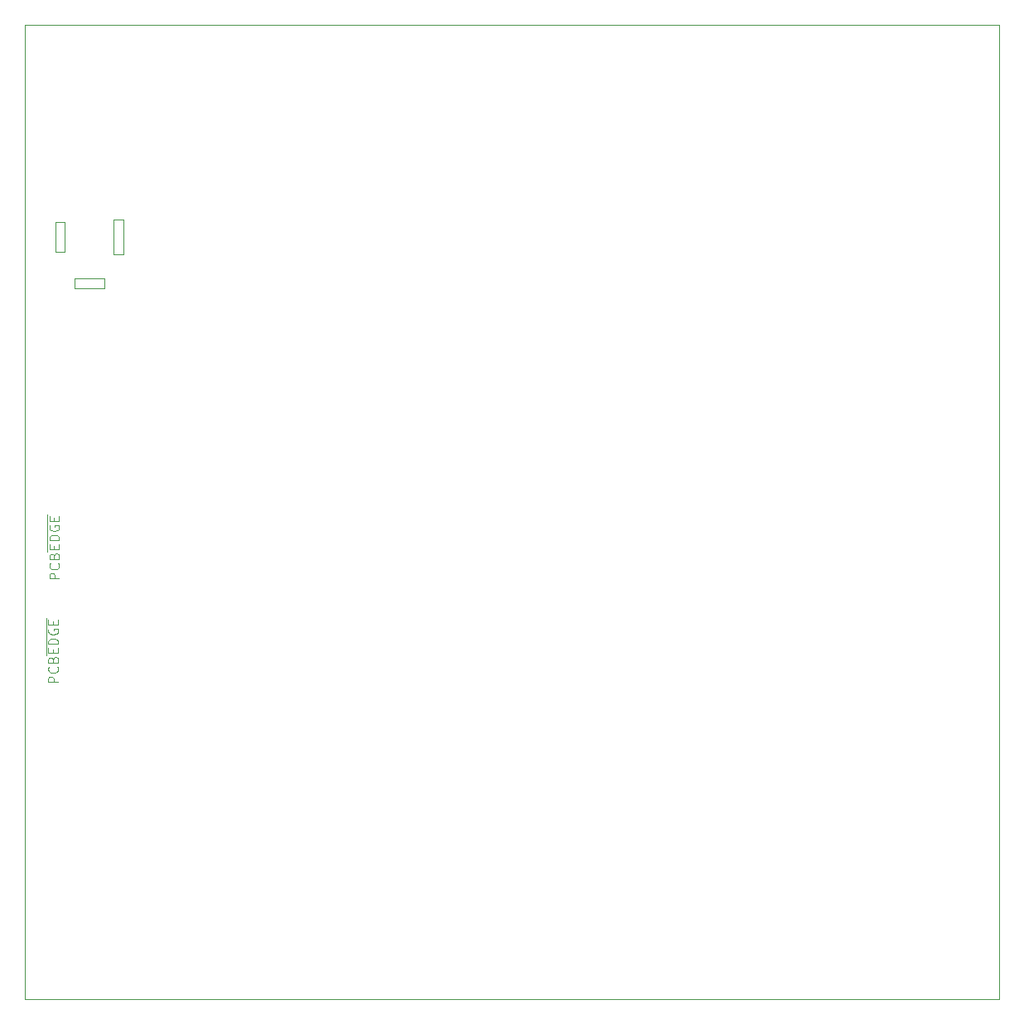
<source format=gbr>
G04 #@! TF.GenerationSoftware,KiCad,Pcbnew,6.0.0-unknown-cbea514~86~ubuntu18.04.1*
G04 #@! TF.CreationDate,2019-06-07T15:32:40-05:00*
G04 #@! TF.ProjectId,power,706f7765-722e-46b6-9963-61645f706362,rev?*
G04 #@! TF.SameCoordinates,Original*
G04 #@! TF.FileFunction,Profile,NP*
%FSLAX46Y46*%
G04 Gerber Fmt 4.6, Leading zero omitted, Abs format (unit mm)*
G04 Created by KiCad (PCBNEW 6.0.0-unknown-cbea514~86~ubuntu18.04.1) date 2019-06-07 15:32:40*
%MOMM*%
%LPD*%
G04 APERTURE LIST*
%ADD10C,0.100000*%
%ADD11C,0.000100*%
%ADD12C,0.050000*%
G04 APERTURE END LIST*
D10*
X51272440Y-114810540D02*
X51272440Y-15242540D01*
X150876000Y-114808000D02*
X51308000Y-114808000D01*
X150876000Y-15240000D02*
X150876000Y-114808000D01*
X51308000Y-15240000D02*
X150876000Y-15240000D01*
D11*
X56361200Y-41130600D02*
X59361200Y-41130600D01*
X56361200Y-42130600D02*
X56361200Y-41130600D01*
X59361200Y-42130600D02*
X56361200Y-42130600D01*
X59361200Y-41130600D02*
X59361200Y-42130600D01*
X54361200Y-38430600D02*
X54361200Y-35430600D01*
X55361200Y-38430600D02*
X54361200Y-38430600D01*
X55361200Y-35430600D02*
X55361200Y-38430600D01*
X54361200Y-35430600D02*
X55361200Y-35430600D01*
X60361200Y-38680600D02*
X60361200Y-35180600D01*
X61361200Y-38680600D02*
X60361200Y-38680600D01*
X61361200Y-35180600D02*
X61361200Y-38680600D01*
X60361200Y-35180600D02*
X61361200Y-35180600D01*
D12*
X54670590Y-82419076D02*
X53670590Y-82419076D01*
X53670590Y-82038124D01*
X53718210Y-81942886D01*
X53765829Y-81895267D01*
X53861067Y-81847648D01*
X54003924Y-81847648D01*
X54099162Y-81895267D01*
X54146781Y-81942886D01*
X54194400Y-82038124D01*
X54194400Y-82419076D01*
X54575352Y-80847648D02*
X54622971Y-80895267D01*
X54670590Y-81038124D01*
X54670590Y-81133362D01*
X54622971Y-81276219D01*
X54527733Y-81371457D01*
X54432495Y-81419076D01*
X54242019Y-81466695D01*
X54099162Y-81466695D01*
X53908686Y-81419076D01*
X53813448Y-81371457D01*
X53718210Y-81276219D01*
X53670590Y-81133362D01*
X53670590Y-81038124D01*
X53718210Y-80895267D01*
X53765829Y-80847648D01*
X54146781Y-80085743D02*
X54194400Y-79942886D01*
X54242019Y-79895267D01*
X54337257Y-79847648D01*
X54480114Y-79847648D01*
X54575352Y-79895267D01*
X54622971Y-79942886D01*
X54670590Y-80038124D01*
X54670590Y-80419076D01*
X53670590Y-80419076D01*
X53670590Y-80085743D01*
X53718210Y-79990505D01*
X53765829Y-79942886D01*
X53861067Y-79895267D01*
X53956305Y-79895267D01*
X54051543Y-79942886D01*
X54099162Y-79990505D01*
X54146781Y-80085743D01*
X54146781Y-80419076D01*
X53433210Y-79657171D02*
X53433210Y-78752410D01*
X54146781Y-79419076D02*
X54146781Y-79085743D01*
X54670590Y-78942886D02*
X54670590Y-79419076D01*
X53670590Y-79419076D01*
X53670590Y-78942886D01*
X53433210Y-78752410D02*
X53433210Y-77752410D01*
X54670590Y-78514314D02*
X53670590Y-78514314D01*
X53670590Y-78276219D01*
X53718210Y-78133362D01*
X53813448Y-78038124D01*
X53908686Y-77990505D01*
X54099162Y-77942886D01*
X54242019Y-77942886D01*
X54432495Y-77990505D01*
X54527733Y-78038124D01*
X54622971Y-78133362D01*
X54670590Y-78276219D01*
X54670590Y-78514314D01*
X53433210Y-77752410D02*
X53433210Y-76752410D01*
X53718210Y-76990505D02*
X53670590Y-77085743D01*
X53670590Y-77228600D01*
X53718210Y-77371457D01*
X53813448Y-77466695D01*
X53908686Y-77514314D01*
X54099162Y-77561933D01*
X54242019Y-77561933D01*
X54432495Y-77514314D01*
X54527733Y-77466695D01*
X54622971Y-77371457D01*
X54670590Y-77228600D01*
X54670590Y-77133362D01*
X54622971Y-76990505D01*
X54575352Y-76942886D01*
X54242019Y-76942886D01*
X54242019Y-77133362D01*
X53433210Y-76752410D02*
X53433210Y-75847648D01*
X54146781Y-76514314D02*
X54146781Y-76180981D01*
X54670590Y-76038124D02*
X54670590Y-76514314D01*
X53670590Y-76514314D01*
X53670590Y-76038124D01*
X54777270Y-71836036D02*
X53777270Y-71836036D01*
X53777270Y-71455084D01*
X53824890Y-71359846D01*
X53872509Y-71312227D01*
X53967747Y-71264608D01*
X54110604Y-71264608D01*
X54205842Y-71312227D01*
X54253461Y-71359846D01*
X54301080Y-71455084D01*
X54301080Y-71836036D01*
X54682032Y-70264608D02*
X54729651Y-70312227D01*
X54777270Y-70455084D01*
X54777270Y-70550322D01*
X54729651Y-70693179D01*
X54634413Y-70788417D01*
X54539175Y-70836036D01*
X54348699Y-70883655D01*
X54205842Y-70883655D01*
X54015366Y-70836036D01*
X53920128Y-70788417D01*
X53824890Y-70693179D01*
X53777270Y-70550322D01*
X53777270Y-70455084D01*
X53824890Y-70312227D01*
X53872509Y-70264608D01*
X54253461Y-69502703D02*
X54301080Y-69359846D01*
X54348699Y-69312227D01*
X54443937Y-69264608D01*
X54586794Y-69264608D01*
X54682032Y-69312227D01*
X54729651Y-69359846D01*
X54777270Y-69455084D01*
X54777270Y-69836036D01*
X53777270Y-69836036D01*
X53777270Y-69502703D01*
X53824890Y-69407465D01*
X53872509Y-69359846D01*
X53967747Y-69312227D01*
X54062985Y-69312227D01*
X54158223Y-69359846D01*
X54205842Y-69407465D01*
X54253461Y-69502703D01*
X54253461Y-69836036D01*
X53539890Y-69074131D02*
X53539890Y-68169370D01*
X54253461Y-68836036D02*
X54253461Y-68502703D01*
X54777270Y-68359846D02*
X54777270Y-68836036D01*
X53777270Y-68836036D01*
X53777270Y-68359846D01*
X53539890Y-68169370D02*
X53539890Y-67169370D01*
X54777270Y-67931274D02*
X53777270Y-67931274D01*
X53777270Y-67693179D01*
X53824890Y-67550322D01*
X53920128Y-67455084D01*
X54015366Y-67407465D01*
X54205842Y-67359846D01*
X54348699Y-67359846D01*
X54539175Y-67407465D01*
X54634413Y-67455084D01*
X54729651Y-67550322D01*
X54777270Y-67693179D01*
X54777270Y-67931274D01*
X53539890Y-67169370D02*
X53539890Y-66169370D01*
X53824890Y-66407465D02*
X53777270Y-66502703D01*
X53777270Y-66645560D01*
X53824890Y-66788417D01*
X53920128Y-66883655D01*
X54015366Y-66931274D01*
X54205842Y-66978893D01*
X54348699Y-66978893D01*
X54539175Y-66931274D01*
X54634413Y-66883655D01*
X54729651Y-66788417D01*
X54777270Y-66645560D01*
X54777270Y-66550322D01*
X54729651Y-66407465D01*
X54682032Y-66359846D01*
X54348699Y-66359846D01*
X54348699Y-66550322D01*
X53539890Y-66169370D02*
X53539890Y-65264608D01*
X54253461Y-65931274D02*
X54253461Y-65597941D01*
X54777270Y-65455084D02*
X54777270Y-65931274D01*
X53777270Y-65931274D01*
X53777270Y-65455084D01*
M02*

</source>
